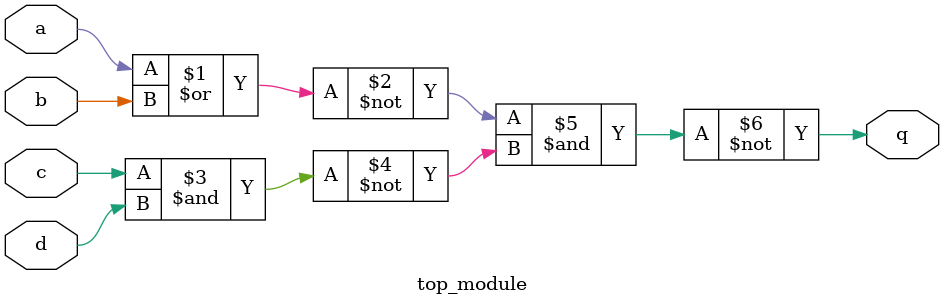
<source format=sv>
module top_module (
  input a,
  input b,
  input c,
  input d,
  output q
);

  assign q = ~(~(a | b) & ~(c & d));

endmodule

</source>
